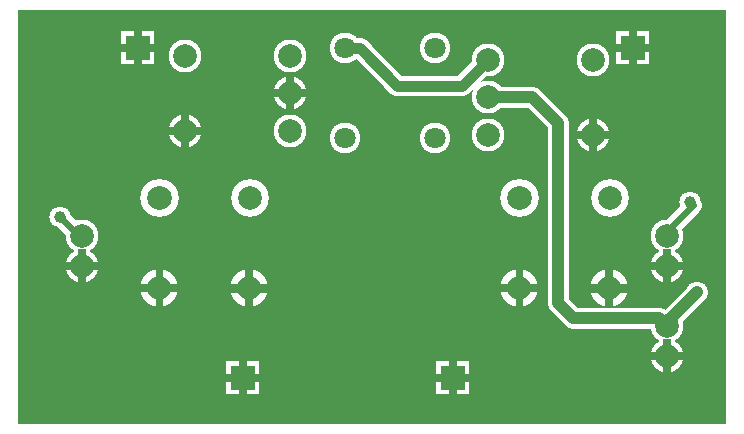
<source format=gbr>
%FSLAX34Y34*%
%MOMM*%
%LNCOPPER_TOP*%
G71*
G01*
%ADD10C,3.200*%
%ADD11C,2.800*%
%ADD12C,2.800*%
%ADD13C,2.600*%
%ADD14C,1.700*%
%ADD15C,1.800*%
%ADD16C,1.400*%
%ADD17C,1.800*%
%ADD18C,0.667*%
%ADD19C,0.680*%
%ADD20C,2.000*%
%ADD21C,2.000*%
%ADD22C,0.900*%
%ADD23C,1.000*%
%ADD24C,0.600*%
%ADD25C,4.300*%
%ADD26C,1.000*%
%LPD*%
G36*
X0Y350000D02*
X600000Y350000D01*
X600000Y0D01*
X0Y0D01*
X0Y350000D01*
G37*
%LPC*%
X120067Y190766D02*
G54D10*
D03*
X120017Y114516D02*
G54D10*
D03*
X120067Y190766D02*
G54D11*
D03*
X196258Y190692D02*
G54D10*
D03*
X120008Y190742D02*
G54D10*
D03*
X196257Y190692D02*
G54D11*
D03*
X196258Y190692D02*
G54D10*
D03*
X196208Y114442D02*
G54D10*
D03*
X196258Y190692D02*
G54D11*
D03*
X424867Y190766D02*
G54D10*
D03*
X424817Y114516D02*
G54D10*
D03*
X424867Y190766D02*
G54D11*
D03*
X501058Y190692D02*
G54D10*
D03*
X424808Y190742D02*
G54D10*
D03*
X501058Y190692D02*
G54D11*
D03*
X501058Y190692D02*
G54D10*
D03*
X501008Y114442D02*
G54D10*
D03*
X501058Y190692D02*
G54D11*
D03*
X54423Y159061D02*
G54D12*
D03*
X54423Y133661D02*
G54D12*
D03*
X549723Y159061D02*
G54D12*
D03*
X549723Y133661D02*
G54D12*
D03*
X549723Y82861D02*
G54D12*
D03*
X549723Y57461D02*
G54D12*
D03*
X352873Y241611D02*
G54D13*
D03*
X352873Y317811D02*
G54D13*
D03*
X276673Y317811D02*
G54D13*
D03*
X276673Y241611D02*
G54D13*
D03*
X141650Y311373D02*
G54D12*
D03*
X141650Y247873D02*
G54D12*
D03*
X230550Y311373D02*
G54D12*
D03*
X230550Y279623D02*
G54D12*
D03*
X230550Y247873D02*
G54D12*
D03*
X487090Y244580D02*
G54D12*
D03*
X487090Y308080D02*
G54D12*
D03*
X398190Y244580D02*
G54D12*
D03*
X398190Y276330D02*
G54D12*
D03*
X398190Y308080D02*
G54D12*
D03*
G54D14*
X276673Y317811D02*
X289373Y317811D01*
X321123Y286061D01*
X376171Y286061D01*
X398190Y308080D01*
X569100Y187910D02*
G54D15*
D03*
X575450Y111710D02*
G54D15*
D03*
X35700Y175210D02*
G54D15*
D03*
G54D16*
X35700Y175210D02*
X38100Y172250D01*
X50800Y159550D01*
X57150Y159550D01*
X54423Y159061D01*
G54D16*
X569100Y187910D02*
X571500Y184950D01*
X552450Y165900D01*
X552450Y159550D01*
X549723Y159061D01*
G36*
X176500Y52900D02*
X204500Y52900D01*
X204500Y24900D01*
X176500Y24900D01*
X176500Y52900D01*
G37*
G36*
X354300Y52900D02*
X382300Y52900D01*
X382300Y24900D01*
X354300Y24900D01*
X354300Y52900D01*
G37*
G36*
X87600Y332300D02*
X115600Y332300D01*
X115600Y304300D01*
X87600Y304300D01*
X87600Y332300D01*
G37*
G36*
X506700Y332300D02*
X534700Y332300D01*
X534700Y304300D01*
X506700Y304300D01*
X506700Y332300D01*
G37*
G54D17*
X398190Y276330D02*
X435670Y276330D01*
X457200Y254800D01*
X457200Y102400D01*
X469900Y89700D01*
X542884Y89700D01*
X549723Y82861D01*
G54D17*
X549723Y82861D02*
X549723Y85983D01*
X575450Y111710D01*
%LPD*%
G54D18*
G36*
X120017Y117849D02*
X136517Y117849D01*
X136517Y111183D01*
X120017Y111183D01*
X120017Y117849D01*
G37*
G36*
X123350Y114516D02*
X123350Y98016D01*
X116684Y98016D01*
X116684Y114516D01*
X123350Y114516D01*
G37*
G36*
X120017Y111183D02*
X103517Y111183D01*
X103517Y117849D01*
X120017Y117849D01*
X120017Y111183D01*
G37*
G36*
X116684Y114516D02*
X116684Y131016D01*
X123350Y131016D01*
X123350Y114516D01*
X116684Y114516D01*
G37*
G54D19*
G36*
X196208Y117842D02*
X212708Y117842D01*
X212708Y111042D01*
X196208Y111042D01*
X196208Y117842D01*
G37*
G36*
X199608Y114442D02*
X199608Y97942D01*
X192808Y97942D01*
X192808Y114442D01*
X199608Y114442D01*
G37*
G36*
X196208Y111042D02*
X179708Y111042D01*
X179708Y117842D01*
X196208Y117842D01*
X196208Y111042D01*
G37*
G36*
X192808Y114442D02*
X192808Y130942D01*
X199608Y130942D01*
X199608Y114442D01*
X192808Y114442D01*
G37*
G54D18*
G36*
X424817Y117849D02*
X441317Y117849D01*
X441317Y111183D01*
X424817Y111183D01*
X424817Y117849D01*
G37*
G36*
X428150Y114516D02*
X428150Y98016D01*
X421484Y98016D01*
X421484Y114516D01*
X428150Y114516D01*
G37*
G36*
X424817Y111183D02*
X408317Y111183D01*
X408317Y117849D01*
X424817Y117849D01*
X424817Y111183D01*
G37*
G36*
X421484Y114516D02*
X421484Y131016D01*
X428150Y131016D01*
X428150Y114516D01*
X421484Y114516D01*
G37*
G54D19*
G36*
X501008Y117842D02*
X517508Y117842D01*
X517508Y111042D01*
X501008Y111042D01*
X501008Y117842D01*
G37*
G36*
X504408Y114442D02*
X504408Y97942D01*
X497608Y97942D01*
X497608Y114442D01*
X504408Y114442D01*
G37*
G36*
X501008Y111042D02*
X484508Y111042D01*
X484508Y117842D01*
X501008Y117842D01*
X501008Y111042D01*
G37*
G36*
X497608Y114442D02*
X497608Y130942D01*
X504408Y130942D01*
X504408Y114442D01*
X497608Y114442D01*
G37*
G54D18*
G36*
X51090Y133661D02*
X51090Y148161D01*
X57756Y148161D01*
X57756Y133661D01*
X51090Y133661D01*
G37*
G36*
X54423Y136994D02*
X68923Y136994D01*
X68923Y130328D01*
X54423Y130328D01*
X54423Y136994D01*
G37*
G36*
X57756Y133661D02*
X57756Y119161D01*
X51090Y119161D01*
X51090Y133661D01*
X57756Y133661D01*
G37*
G36*
X54423Y130328D02*
X39923Y130328D01*
X39923Y136994D01*
X54423Y136994D01*
X54423Y130328D01*
G37*
G54D18*
G36*
X546390Y133661D02*
X546390Y148161D01*
X553056Y148161D01*
X553056Y133661D01*
X546390Y133661D01*
G37*
G36*
X549723Y136994D02*
X564223Y136994D01*
X564223Y130328D01*
X549723Y130328D01*
X549723Y136994D01*
G37*
G36*
X553056Y133661D02*
X553056Y119161D01*
X546390Y119161D01*
X546390Y133661D01*
X553056Y133661D01*
G37*
G36*
X549723Y130328D02*
X535223Y130328D01*
X535223Y136994D01*
X549723Y136994D01*
X549723Y130328D01*
G37*
G54D18*
G36*
X546390Y57461D02*
X546390Y71961D01*
X553056Y71961D01*
X553056Y57461D01*
X546390Y57461D01*
G37*
G36*
X549723Y60794D02*
X564223Y60794D01*
X564223Y54128D01*
X549723Y54128D01*
X549723Y60794D01*
G37*
G36*
X553056Y57461D02*
X553056Y42961D01*
X546390Y42961D01*
X546390Y57461D01*
X553056Y57461D01*
G37*
G36*
X549723Y54128D02*
X535223Y54128D01*
X535223Y60794D01*
X549723Y60794D01*
X549723Y54128D01*
G37*
G54D18*
G36*
X138317Y247873D02*
X138317Y262373D01*
X144983Y262373D01*
X144983Y247873D01*
X138317Y247873D01*
G37*
G36*
X141650Y251206D02*
X156150Y251206D01*
X156150Y244540D01*
X141650Y244540D01*
X141650Y251206D01*
G37*
G36*
X144983Y247873D02*
X144983Y233373D01*
X138317Y233373D01*
X138317Y247873D01*
X144983Y247873D01*
G37*
G36*
X141650Y244540D02*
X127150Y244540D01*
X127150Y251206D01*
X141650Y251206D01*
X141650Y244540D01*
G37*
G54D18*
G36*
X227217Y279623D02*
X227217Y294123D01*
X233883Y294123D01*
X233883Y279623D01*
X227217Y279623D01*
G37*
G36*
X230550Y282956D02*
X245050Y282956D01*
X245050Y276290D01*
X230550Y276290D01*
X230550Y282956D01*
G37*
G36*
X233883Y279623D02*
X233883Y265123D01*
X227217Y265123D01*
X227217Y279623D01*
X233883Y279623D01*
G37*
G36*
X230550Y276290D02*
X216050Y276290D01*
X216050Y282956D01*
X230550Y282956D01*
X230550Y276290D01*
G37*
G54D18*
G36*
X490423Y244580D02*
X490423Y230080D01*
X483757Y230080D01*
X483757Y244580D01*
X490423Y244580D01*
G37*
G36*
X487090Y241247D02*
X472590Y241247D01*
X472590Y247913D01*
X487090Y247913D01*
X487090Y241247D01*
G37*
G36*
X483757Y244580D02*
X483757Y259080D01*
X490423Y259080D01*
X490423Y244580D01*
X483757Y244580D01*
G37*
G36*
X487090Y247913D02*
X501590Y247913D01*
X501590Y241247D01*
X487090Y241247D01*
X487090Y247913D01*
G37*
G54D18*
G36*
X187167Y38900D02*
X187167Y53400D01*
X193833Y53400D01*
X193833Y38900D01*
X187167Y38900D01*
G37*
G36*
X190500Y42233D02*
X205000Y42233D01*
X205000Y35567D01*
X190500Y35567D01*
X190500Y42233D01*
G37*
G36*
X193833Y38900D02*
X193833Y24400D01*
X187167Y24400D01*
X187167Y38900D01*
X193833Y38900D01*
G37*
G36*
X190500Y35567D02*
X176000Y35567D01*
X176000Y42233D01*
X190500Y42233D01*
X190500Y35567D01*
G37*
G54D18*
G36*
X364967Y38900D02*
X364967Y53400D01*
X371633Y53400D01*
X371633Y38900D01*
X364967Y38900D01*
G37*
G36*
X368300Y42233D02*
X382800Y42233D01*
X382800Y35567D01*
X368300Y35567D01*
X368300Y42233D01*
G37*
G36*
X371633Y38900D02*
X371633Y24400D01*
X364967Y24400D01*
X364967Y38900D01*
X371633Y38900D01*
G37*
G36*
X368300Y35567D02*
X353800Y35567D01*
X353800Y42233D01*
X368300Y42233D01*
X368300Y35567D01*
G37*
G54D18*
G36*
X98267Y318300D02*
X98267Y332800D01*
X104933Y332800D01*
X104933Y318300D01*
X98267Y318300D01*
G37*
G36*
X101600Y321633D02*
X116100Y321633D01*
X116100Y314967D01*
X101600Y314967D01*
X101600Y321633D01*
G37*
G36*
X104933Y318300D02*
X104933Y303800D01*
X98267Y303800D01*
X98267Y318300D01*
X104933Y318300D01*
G37*
G36*
X101600Y314967D02*
X87100Y314967D01*
X87100Y321633D01*
X101600Y321633D01*
X101600Y314967D01*
G37*
G54D18*
G36*
X517367Y318300D02*
X517367Y332800D01*
X524033Y332800D01*
X524033Y318300D01*
X517367Y318300D01*
G37*
G36*
X520700Y321633D02*
X535200Y321633D01*
X535200Y314967D01*
X520700Y314967D01*
X520700Y321633D01*
G37*
G36*
X524033Y318300D02*
X524033Y303800D01*
X517367Y303800D01*
X517367Y318300D01*
X524033Y318300D01*
G37*
G36*
X520700Y314967D02*
X506200Y314967D01*
X506200Y321633D01*
X520700Y321633D01*
X520700Y314967D01*
G37*
X120067Y190766D02*
G54D20*
D03*
X120017Y114516D02*
G54D20*
D03*
X120067Y190766D02*
G54D21*
D03*
X196258Y190692D02*
G54D20*
D03*
X120008Y190742D02*
G54D20*
D03*
X196257Y190692D02*
G54D21*
D03*
X196258Y190692D02*
G54D20*
D03*
X196208Y114442D02*
G54D20*
D03*
X196258Y190692D02*
G54D21*
D03*
X424867Y190766D02*
G54D20*
D03*
X424817Y114516D02*
G54D20*
D03*
X424867Y190766D02*
G54D21*
D03*
X501058Y190692D02*
G54D20*
D03*
X424808Y190742D02*
G54D20*
D03*
X501058Y190692D02*
G54D21*
D03*
X501058Y190692D02*
G54D20*
D03*
X501008Y114442D02*
G54D20*
D03*
X501058Y190692D02*
G54D21*
D03*
X54423Y159061D02*
G54D20*
D03*
X54423Y133661D02*
G54D20*
D03*
X549723Y159061D02*
G54D20*
D03*
X549723Y133661D02*
G54D20*
D03*
X549723Y82861D02*
G54D20*
D03*
X549723Y57461D02*
G54D20*
D03*
X352873Y241611D02*
G54D15*
D03*
X352873Y317811D02*
G54D15*
D03*
X276673Y317811D02*
G54D15*
D03*
X276673Y241611D02*
G54D15*
D03*
X141650Y311373D02*
G54D20*
D03*
X141650Y247873D02*
G54D20*
D03*
X230550Y311373D02*
G54D20*
D03*
X230550Y279623D02*
G54D20*
D03*
X230550Y247873D02*
G54D20*
D03*
X487090Y244580D02*
G54D20*
D03*
X487090Y308080D02*
G54D20*
D03*
X398190Y244580D02*
G54D20*
D03*
X398190Y276330D02*
G54D20*
D03*
X398190Y308080D02*
G54D20*
D03*
G54D22*
X276673Y317811D02*
X289373Y317811D01*
X321123Y286061D01*
X376171Y286061D01*
X398190Y308080D01*
X569100Y187910D02*
G54D23*
D03*
X575450Y111710D02*
G54D23*
D03*
X35700Y175210D02*
G54D23*
D03*
G54D24*
X35700Y175210D02*
X38100Y172250D01*
X50800Y159550D01*
X57150Y159550D01*
X54423Y159061D01*
G54D24*
X569100Y187910D02*
X571500Y184950D01*
X552450Y165900D01*
X552450Y159550D01*
X549723Y159061D01*
X50800Y45200D02*
G54D25*
D03*
G36*
X180500Y48900D02*
X200500Y48900D01*
X200500Y28900D01*
X180500Y28900D01*
X180500Y48900D01*
G37*
G36*
X358300Y48900D02*
X378300Y48900D01*
X378300Y28900D01*
X358300Y28900D01*
X358300Y48900D01*
G37*
X469900Y45200D02*
G54D25*
D03*
X558800Y299200D02*
G54D25*
D03*
X50800Y299200D02*
G54D25*
D03*
G36*
X91600Y328300D02*
X111600Y328300D01*
X111600Y308300D01*
X91600Y308300D01*
X91600Y328300D01*
G37*
G36*
X510700Y328300D02*
X530700Y328300D01*
X530700Y308300D01*
X510700Y308300D01*
X510700Y328300D01*
G37*
G54D26*
X398190Y276330D02*
X435670Y276330D01*
X457200Y254800D01*
X457200Y102400D01*
X469900Y89700D01*
X542884Y89700D01*
X549723Y82861D01*
G54D26*
X549723Y82861D02*
X549723Y85983D01*
X575450Y111710D01*
M02*

</source>
